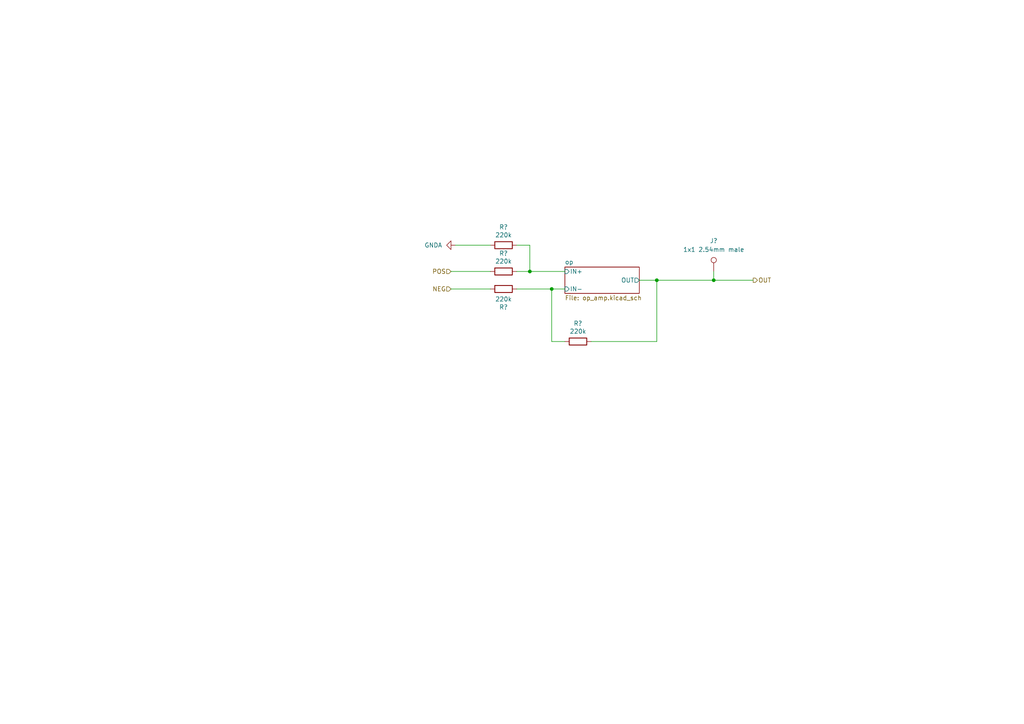
<source format=kicad_sch>
(kicad_sch (version 20211123) (generator eeschema)
  (paper "A4")
  (lib_symbols
    (symbol "Connector:TestPoint" (pin_numbers hide) (pin_names (offset 0.762) hide)
      (property "Reference" "TP" (at 0 6.858 0))
      (property "Value" "TestPoint" (at 0 5.08 0))
      (symbol "TestPoint_0_1"
        (circle (center 0 3.302) (radius 0.762))
      )
      (symbol "TestPoint_1_1"
        (pin passive line (at 0 0 90) (length 2.54) (name "1") (number "1"))
      )
    )
    (symbol "Device:R" (pin_numbers hide) (pin_names (offset 0))
      (property "Reference" "R" (at 2.032 0 90))
      (property "Value" "R" (at 0 0 90))
      (symbol "R_0_1"
        (rectangle (start -1.016 -2.54) (end 1.016 2.54) (stroke (width 0.254)))
      )
      (symbol "R_1_1"
        (pin passive line (at 0 3.81 270) (length 1.27) (name "~") (number "1"))
        (pin passive line (at 0 -3.81 90) (length 1.27) (name "~") (number "2"))
      )
    )
    (symbol "power:GNDA" (power) (pin_names (offset 0))
      (property "Value" "GNDA" (at 0 -3.81 0))
      (symbol "GNDA_0_1"
        (polyline (pts (xy 0 0) (xy 0 -1.27) (xy 1.27 -1.27) (xy 0 -2.54) (xy -1.27 -1.27) (xy 0 -1.27)))
      )
      (symbol "GNDA_1_1"
        (pin power_in line (at 0 0 270) (length 0) hide (name "GNDA") (number "1"))
      )
    )
  )
  (junction (at 153.67 78.74))
  (junction (at 190.5 81.28))
  (junction (at 207.01 81.28))
  (junction (at 160.02 83.82))
  (wire (pts (xy 160.02 83.82) (xy 160.02 99.06)))
  (wire (pts (xy 153.67 78.74) (xy 149.86 78.74)))
  (wire (pts (xy 149.86 71.12) (xy 153.67 71.12)))
  (wire (pts (xy 190.5 81.28) (xy 207.01 81.28)))
  (wire (pts (xy 130.81 78.74) (xy 142.24 78.74)))
  (wire (pts (xy 160.02 99.06) (xy 163.83 99.06)))
  (wire (pts (xy 185.42 81.28) (xy 190.5 81.28)))
  (wire (pts (xy 149.86 83.82) (xy 160.02 83.82)))
  (wire (pts (xy 207.01 81.28) (xy 207.01 78.74)))
  (wire (pts (xy 153.67 78.74) (xy 163.83 78.74)))
  (wire (pts (xy 190.5 99.06) (xy 190.5 81.28)))
  (wire (pts (xy 132.08 71.12) (xy 142.24 71.12)))
  (wire (pts (xy 160.02 83.82) (xy 163.83 83.82)))
  (wire (pts (xy 171.45 99.06) (xy 190.5 99.06)))
  (wire (pts (xy 153.67 71.12) (xy 153.67 78.74)))
  (wire (pts (xy 207.01 81.28) (xy 218.44 81.28)))
  (wire (pts (xy 130.81 83.82) (xy 142.24 83.82)))
  (hierarchical_label "NEG" (shape input) (at 130.81 83.82 180))
  (hierarchical_label "POS" (shape input) (at 130.81 78.74 180))
  (hierarchical_label "OUT" (shape output) (at 218.44 81.28 0))
  (symbol (lib_id "Connector:TestPoint") (at 207.01 78.74 0) (unit 1)
    (property "Reference" "J?" (at 207.01 69.85 0))
    (property "Value" "1x1 2.54mm male" (at 207.01 72.39 0))
    (property "Footprint" "Connector_PinHeader_2.54mm:PinHeader_1x01_P2.54mm_Vertical" (effects hide))
  )
  (symbol (lib_id "power:GNDA") (at 132.08 71.12 270) (unit 1)
    (property "Reference" "#PWR?" (effects hide))
    (property "Value" "GNDA" (at 128.27 71.1199 90) (effects (justify right)))
  )
  (symbol (lib_id "Device:R") (at 146.05 83.82 270) (mirror x) (unit 1)
    (property "Reference" "R?" (at 146.05 89.0778 90))
    (property "Value" "220k" (at 146.05 86.7664 90))
    (property "Footprint" "For_Rasterboard:R_Axial_DIN0207_L6.3mm_D2.5mm_P7.62mm_Horizontal" (effects hide))
  )
  (symbol (lib_id "Device:R") (at 167.64 99.06 270) (unit 1)
    (property "Reference" "R?" (at 167.64 93.8022 90))
    (property "Value" "220k" (at 167.64 96.1136 90))
    (property "Footprint" "For_Rasterboard:R_Axial_DIN0207_L6.3mm_D2.5mm_Pinf_Horizontal" (effects hide))
  )
  (symbol (lib_id "Device:R") (at 146.05 71.12 90) (mirror x) (unit 1)
    (property "Reference" "R?" (at 146.05 65.8622 90))
    (property "Value" "220k" (at 146.05 68.1736 90))
    (property "Footprint" "For_Rasterboard:R_Axial_DIN0207_L6.3mm_D2.5mm_Pinf_Horizontal" (effects hide))
  )
  (symbol (lib_id "Device:R") (at 146.05 78.74 90) (mirror x) (unit 1)
    (property "Reference" "R?" (at 146.05 73.4822 90))
    (property "Value" "220k" (at 146.05 75.7936 90))
    (property "Footprint" "For_Rasterboard:R_Axial_DIN0207_L6.3mm_D2.5mm_P7.62mm_Horizontal" (effects hide))
  )
  (sheet (at 163.83 77.47) (size 21.59 7.62) (stroke (width 0.1524))
    (property "Sheet name" "op" (at 163.83 76.7584 0) (effects (justify left bottom)))
    (property "Sheet file" "op_amp.kicad_sch" (at 163.83 85.6746 0) (effects (justify left top)))
    (pin "OUT" output (at 185.42 81.28 0))
    (pin "IN+" input (at 163.83 78.74 180))
    (pin "IN-" input (at 163.83 83.82 180))
  )
)
</source>
